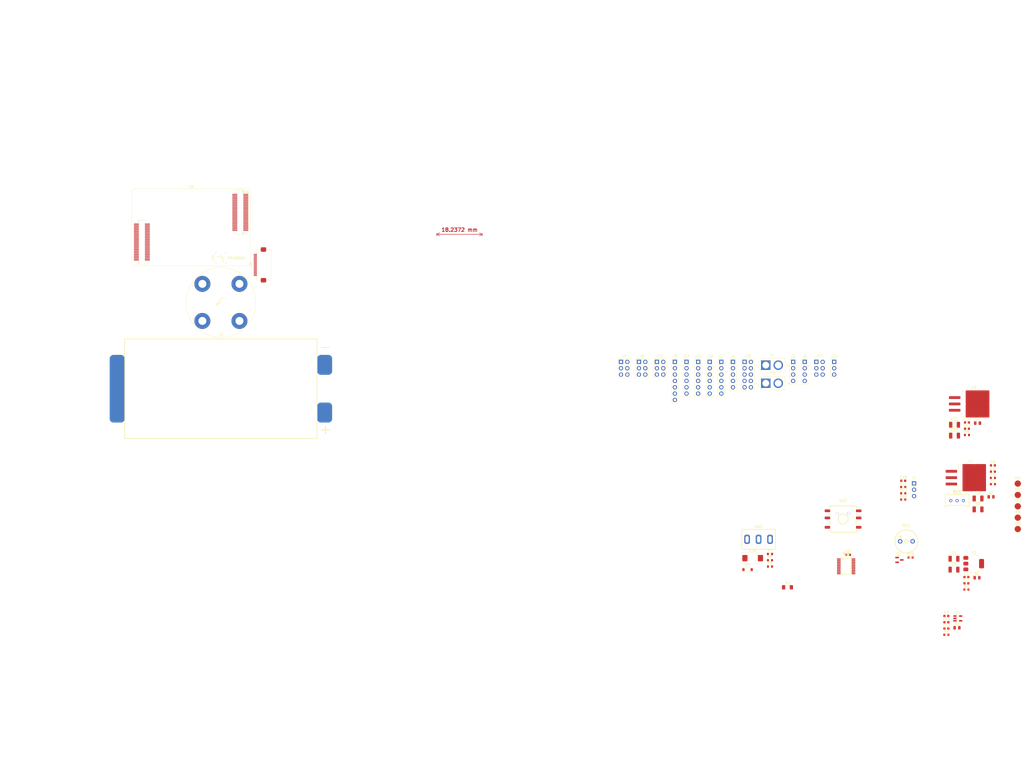
<source format=kicad_pcb>
(kicad_pcb (version 20221018) (generator pcbnew)
  (layers (0 "F.Cu" signal) (31 "B.Cu" signal) (34 "B.Paste" user) (35 "F.Paste" user) (36 "B.SilkS" user "B.Silkscreen") (37 "F.SilkS" user "F.Silkscreen") (38 "B.Mask" user) (39 "F.Mask" user) (44 "Edge.Cuts" user))
  (net 0 "")
  (net 1 "/Peripheral/3V3")
  (net 2 "Net-(BZ1-+)")
  (net 3 "/Coreboard/5V")
  (net 4 "GNDPWR")
  (net 5 "VCC")
  (net 6 "/Ports/SERVO_6V")
  (net 7 "/Peripheral/CAM_3V3")
  (net 8 "Net-(U4-NC)")
  (net 9 "/Ports/MOTOR_PWR")
  (net 10 "GND")
  (net 11 "Net-(D1-A)")
  (net 12 "Net-(D2-A)")
  (net 13 "Net-(D3-A)")
  (net 14 "Net-(D4-A)")
  (net 15 "/Peripheral/LLSB")
  (net 17 "/Peripheral/LDIR")
  (net 19 "/Peripheral/RLSB")
  (net 21 "/Peripheral/RDIR")
  (net 22 "/Peripheral/SERVO")
  (net 24 "/Coreboard/SERVO")
  (net 25 "/Coreboard/ENCR_DIR")
  (net 27 "/Coreboard/ENCR_LSB")
  (net 29 "/Coreboard/ENCL_DIR")
  (net 31 "/Coreboard/ENCL_LSB")
  (net 32 "Net-(J1-Pin_3)")
  (net 33 "/Coreboard/AUX_SCL")
  (net 34 "/Coreboard/AUX_SDA")
  (net 35 "VBUS")
  (net 36 "/Coreboard/TOF_SCL")
  (net 37 "/Coreboard/TOF_SDA")
  (net 38 "/Coreboard/TOF_XS")
  (net 41 "/Coreboard/UART7_TX")
  (net 42 "/Coreboard/UART7_RX")
  (net 45 "/Coreboard/ELEMAG1")
  (net 46 "/Coreboard/ELEMAG2")
  (net 47 "/Coreboard/ELEMAG3")
  (net 48 "/Coreboard/ELEMAG4")
  (net 49 "/Coreboard/ELEMAG5")
  (net 50 "/Coreboard/MOTORL_DIR")
  (net 51 "/Coreboard/MOTORR_DIR")
  (net 52 "/Coreboard/MOTORL_PWM")
  (net 53 "/Coreboard/MOTORR_PWM")
  (net 54 "/Coreboard/MAPLE_CLK")
  (net 55 "/Coreboard/MAPLE_MISO")
  (net 56 "/Coreboard/MAPLE_CS")
  (net 57 "/Coreboard/MAPLE_MOSI")
  (net 58 "/Coreboard/PG9")
  (net 59 "/Coreboard/PG10")
  (net 60 "/Coreboard/PG11")
  (net 61 "/Coreboard/PG12")
  (net 62 "/Coreboard/PG13")
  (net 63 "/Coreboard/PG14")
  (net 64 "/Coreboard/SWDIO")
  (net 65 "/Coreboard/SWCLK")
  (net 67 "/Coreboard/SWD_TX")
  (net 69 "/Coreboard/SWD_RX")
  (net 70 "/Coreboard/RST")
  (net 71 "/Coreboard/BUZZER")
  (net 72 "Net-(U1-ADJ)")
  (net 73 "Net-(R7-Pad2)")
  (net 74 "/Coreboard/BATTERY")
  (net 75 "Net-(R11-Pad1)")
  (net 76 "/Coreboard/DISTANCE")
  (net 77 "/Coreboard/KEY_LEFT")
  (net 78 "/Coreboard/KEY_CENTER")
  (net 79 "/Coreboard/KEY_RIGHT")
  (net 105 "/Coreboard/CAM_D7")
  (net 106 "/Coreboard/CAM_D6")
  (net 107 "/Coreboard/CAM_D5")
  (net 108 "/Coreboard/CAM_D4")
  (net 109 "/Coreboard/CAM_D3")
  (net 110 "/Coreboard/CAM_D2")
  (net 111 "/Coreboard/CAM_D1")
  (net 112 "/Coreboard/CAM_D0")
  (net 113 "/Coreboard/CAM_VSYNC")
  (net 114 "/Coreboard/CAM_RXD")
  (net 115 "/Coreboard/CAM_TXD")
  (net 116 "/Coreboard/CAM_PLCK")
  (footprint "Capacitor_Tantalum_SMD:CP_EIA-3528-15_AVX-H" (layer "F.Cu") (at 451.3978 143.0464)
    (fp_text reference "C8" (at 0 -2.35) (layer "F.SilkS"))
    (fp_text value "22uF")
    (pad "1" smd roundrect (at -1.5375 0) (size 1.325 2.35) (layers "F.Cu" "F.Paste" "F.Mask") (roundrect_rratio 0.188679) (net 6 "/Ports/SERVO_6V"))
    (pad "2" smd roundrect (at 1.5375 0) (size 1.325 2.35) (layers "F.Cu" "F.Paste" "F.Mask") (roundrect_rratio 0.188679) (net 4 "GNDPWR"))
  )
  (footprint "Connector_PinHeader_2.54mm:PinHeader_2x03_P2.54mm_Vertical" (layer "F.Cu") (at 315.5792 83.982)
    (fp_text reference "J8" (at 1.27 -2.33) (layer "F.SilkS"))
    (fp_text value "R_ENCODER")
    (pad "1" thru_hole rect (at 0 0) (size 1.7 1.7) (drill 1) (layers "*.Cu" "*.Mask") (net 10 "GND"))
    (pad "2" thru_hole oval (at 2.54 0) (size 1.7 1.7) (drill 1) (layers "*.Cu" "*.Mask") (net 1 "/Peripheral/3V3"))
    (pad "3" thru_hole oval (at 0 2.54) (size 1.7 1.7) (drill 1) (layers "*.Cu" "*.Mask") (net 19 "/Peripheral/RLSB"))
    (pad "4" thru_hole oval (at 2.54 2.54) (size 1.7 1.7) (drill 1) (layers "*.Cu" "*.Mask") (net 21 "/Peripheral/RDIR"))
    (pad "5" thru_hole oval (at 0 5.08) (size 1.7 1.7) (drill 1) (layers "*.Cu" "*.Mask"))
    (pad "6" thru_hole oval (at 2.54 5.08) (size 1.7 1.7) (drill 1) (layers "*.Cu" "*.Mask"))
  )
  (footprint "Connector_PinHeader_2.54mm:PinHeader_1x06_P2.54mm_Vertical" (layer "F.Cu") (at 334.6292 83.982)
    (fp_text reference "J14" (at 0 -2.33) (layer "F.SilkS"))
    (fp_text value "IO")
    (pad "1" thru_hole rect (at 0 0) (size 1.7 1.7) (drill 1) (layers "*.Cu" "*.Mask") (net 58 "/Coreboard/PG9"))
    (pad "2" thru_hole oval (at 0 2.54) (size 1.7 1.7) (drill 1) (layers "*.Cu" "*.Mask") (net 59 "/Coreboard/PG10"))
    (pad "3" thru_hole oval (at 0 5.08) (size 1.7 1.7) (drill 1) (layers "*.Cu" "*.Mask") (net 60 "/Coreboard/PG11"))
    (pad "4" thru_hole oval (at 0 7.62) (size 1.7 1.7) (drill 1) (layers "*.Cu" "*.Mask") (net 61 "/Coreboard/PG12"))
    (pad "5" thru_hole oval (at 0 10.16) (size 1.7 1.7) (drill 1) (layers "*.Cu" "*.Mask") (net 62 "/Coreboard/PG13"))
    (pad "6" thru_hole oval (at 0 12.7) (size 1.7 1.7) (drill 1) (layers "*.Cu" "*.Mask") (net 63 "/Coreboard/PG14"))
  )
  (footprint "Capacitor_SMD:C_0603_1608Metric" (layer "F.Cu") (at 446.7364 170.165)
    (property "Reference" "C?")
    (property "Value" "0.1uF")
    (fp_text reference "C2" (at 0 -1.43) (layer "F.SilkS"))
    (fp_text value "100nF")
    (pad "1" smd roundrect (at -0.775 0) (size 0.9 0.95) (layers "F.Cu" "F.Paste" "F.Mask") (net 3 "/Coreboard/5V"))
    (pad "2" smd roundrect (at 0.775 0) (size 0.9 0.95) (layers "F.Cu" "F.Paste" "F.Mask") (net 4 "GNDPWR"))
  )
  (footprint "Resistor_SMD:R_0603_1608Metric" (layer "F.Cu") (at 457.3528 132.9564)
    (fp_text reference "R3" (at 0 -1.43) (layer "F.SilkS"))
    (fp_text value "1K")
    (pad "1" smd roundrect (at -0.825 0) (size 0.8 0.95) (layers "F.Cu" "F.Paste" "F.Mask") (net 72 "Net-(U1-ADJ)"))
    (pad "2" smd roundrect (at 0.825 0) (size 0.8 0.95) (layers "F.Cu" "F.Paste" "F.Mask") (net 6 "/Ports/SERVO_6V"))
  )
  (footprint "Connector_PinHeader_2.54mm:PinHeader_1x06_P2.54mm_Vertical" (layer "F.Cu") (at 343.9292 83.982)
    (fp_text reference "J16" (at 0 -2.33) (layer "F.SilkS"))
    (fp_text value "IO")
    (pad "1" thru_hole rect (at 0 0) (size 1.7 1.7) (drill 1) (layers "*.Cu" "*.Mask") (net 10 "GND"))
    (pad "2" thru_hole oval (at 0 2.54) (size 1.7 1.7) (drill 1) (layers "*.Cu" "*.Mask") (net 10 "GND"))
    (pad "3" thru_hole oval (at 0 5.08) (size 1.7 1.7) (drill 1) (layers "*.Cu" "*.Mask") (net 10 "GND"))
    (pad "4" thru_hole oval (at 0 7.62) (size 1.7 1.7) (drill 1) (layers "*.Cu" "*.Mask") (net 10 "GND"))
    (pad "5" thru_hole oval (at 0 10.16) (size 1.7 1.7) (drill 1) (layers "*.Cu" "*.Mask") (net 10 "GND"))
    (pad "6" thru_hole oval (at 0 12.7) (size 1.7 1.7) (drill 1) (layers "*.Cu" "*.Mask") (net 10 "GND"))
  )
  (footprint "ErBW_s:Maple" (layer "F.Cu") (at 387.9592 86.522)
    (fp_text reference "J12" (at 0 -5.08 unlocked) (layer "F.SilkS"))
    (fp_text value "Maple")
    (pad "1" thru_hole rect (at -1.33 -2.54) (size 1.7 1.7) (drill 1) (layers "*.Cu" "*.Mask") (net 10 "GND"))
    (pad "2" thru_hole oval (at 1.21 -2.54) (size 1.7 1.7) (drill 1) (layers "*.Cu" "*.Mask") (net 1 "/Peripheral/3V3"))
    (pad "3" thru_hole oval (at -1.33 0) (size 1.7 1.7) (drill 1) (layers "*.Cu" "*.Mask") (net 54 "/Coreboard/MAPLE_CLK"))
    (pad "4" thru_hole oval (at 1.21 0) (size 1.7 1.7) (drill 1) (layers "*.Cu" "*.Mask") (net 55 "/Coreboard/MAPLE_MISO"))
    (pad "5" thru_hole oval (at -1.33 2.54) (size 1.7 1.7) (drill 1) (layers "*.Cu" "*.Mask") (net 56 "/Coreboard/MAPLE_CS"))
    (pad "6" thru_hole oval (at 1.21 2.54) (size 1.7 1.7) (drill 1) (layers "*.Cu" "*.Mask") (net 57 "/Coreboard/MAPLE_MOSI"))
  )
  (footprint "Capacitor_SMD:C_0603_1608Metric" (layer "F.Cu") (at 446.9636 108.2438)
    (fp_text reference "C12" (at 0 -1.43) (layer "F.SilkS"))
    (fp_text value "100nF")
    (pad "1" smd roundrect (at -0.775 0) (size 0.9 0.95) (layers "F.Cu" "F.Paste" "F.Mask") (net 5 "VCC"))
    (pad "2" smd roundrect (at 0.775 0) (size 0.9 0.95) (layers "F.Cu" "F.Paste" "F.Mask") (net 4 "GNDPWR"))
  )
  (footprint "Resistor_SMD:R_0603_1608Metric" (layer "F.Cu") (at 368.0594 160.9194)
    (fp_text reference "R7" (at 0 -1.43) (layer "F.SilkS"))
    (fp_text value "10K")
    (pad "1" smd roundrect (at -0.825 0) (size 0.8 0.95) (layers "F.Cu" "F.Paste" "F.Mask") (net 5 "VCC"))
    (pad "2" smd roundrect (at 0.825 0) (size 0.8 0.95) (layers "F.Cu" "F.Paste" "F.Mask") (net 73 "Net-(R7-Pad2)"))
  )
  (footprint "Resistor_SMD:R_0603_1608Metric" (layer "F.Cu") (at 446.9636 113.2638)
    (fp_text reference "R6" (at 0 -1.43) (layer "F.SilkS"))
    (fp_text value "5K1")
    (pad "1" smd roundrect (at -0.825 0) (size 0.8 0.95) (layers "F.Cu" "F.Paste" "F.Mask") (net 3 "/Coreboard/5V"))
    (pad "2" smd roundrect (at 0.825 0) (size 0.8 0.95) (layers "F.Cu" "F.Paste" "F.Mask") (net 14 "Net-(D4-A)"))
  )
  (footprint "LED_SMD:LED_0805_2012Metric" (layer "F.Cu") (at 451.2136 108.5088)
    (fp_text reference "D4" (at 0 -1.65) (layer "F.SilkS"))
    (fp_text value "LED")
    (pad "1" smd roundrect (at -0.9375 0) (size 0.975 1.4) (layers "F.Cu" "F.Paste" "F.Mask") (net 4 "GNDPWR"))
    (pad "2" smd roundrect (at 0.9375 0) (size 0.975 1.4) (layers "F.Cu" "F.Paste" "F.Mask") (net 14 "Net-(D4-A)"))
  )
  (footprint "Connector_PinHeader_2.54mm:PinHeader_1x04_P2.54mm_Vertical" (layer "F.Cu") (at 377.3292 83.982)
    (fp_text reference "J2" (at 0 -2.33) (layer "F.SilkS"))
    (fp_text value "AUX")
    (pad "1" thru_hole rect (at 0 0) (size 1.7 1.7) (drill 1) (layers "*.Cu" "*.Mask") (net 3 "/Coreboard/5V"))
    (pad "2" thru_hole oval (at 0 2.54) (size 1.7 1.7) (drill 1) (layers "*.Cu" "*.Mask") (net 10 "GND"))
    (pad "3" thru_hole oval (at 0 5.08) (size 1.7 1.7) (drill 1) (layers "*.Cu" "*.Mask") (net 33 "/Coreboard/AUX_SCL"))
    (pad "4" thru_hole oval (at 0 7.62) (size 1.7 1.7) (drill 1) (layers "*.Cu" "*.Mask") (net 34 "/Coreboard/AUX_SDA"))
  )
  (footprint "Connector_PinHeader_2.54mm:PinHeader_2x03_P2.54mm_Vertical" (layer "F.Cu") (at 322.7792 83.982)
    (fp_text reference "J11" (at 1.27 -2.33) (layer "F.SilkS"))
    (fp_text value "MOTOR")
    (pad "1" thru_hole rect (at 0 0) (size 1.7 1.7) (drill 1) (layers "*.Cu" "*.Mask") (net 50 "/Coreboard/MOTORL_DIR"))
    (pad "2" thru_hole oval (at 2.54 0) (size 1.7 1.7) (drill 1) (layers "*.Cu" "*.Mask") (net 51 "/Coreboard/MOTORR_DIR"))
    (pad "3" thru_hole oval (at 0 2.54) (size 1.7 1.7) (drill 1) (layers "*.Cu" "*.Mask") (net 10 "GND"))
    (pad "4" thru_hole oval (at 2.54 2.54) (size 1.7 1.7) (drill 1) (layers "*.Cu" "*.Mask") (net 10 "GND"))
    (pad "5" thru_hole oval (at 0 5.08) (size 1.7 1.7) (drill 1) (layers "*.Cu" "*.Mask") (net 52 "/Coreboard/MOTORL_PWM"))
    (pad "6" thru_hole oval (at 2.54 5.08) (size 1.7 1.7) (drill 1) (layers "*.Cu" "*.Mask") (net 53 "/Coreboard/MOTORR_PWM"))
  )
  (footprint "Connector_PinHeader_2.54mm:PinHeader_1x06_P2.54mm_Vertical" (layer "F.Cu") (at 339.2792 83.982)
    (fp_text reference "J15" (at 0 -2.33) (layer "F.SilkS"))
    (fp_text value "IO")
    (pad "1" thru_hole rect (at 0 0) (size 1.7 1.7) (drill 1) (layers "*.Cu" "*.Mask") (net 3 "/Coreboard/5V"))
    (pad "2" thru_hole oval (at 0 2.54) (size 1.7 1.7) (drill 1) (layers "*.Cu" "*.Mask") (net 3 "/Coreboard/5V"))
    (pad "3" thru_hole oval (at 0 5.08) (size 1.7 1.7) (drill 1) (layers "*.Cu" "*.Mask") (net 3 "/Coreboard/5V"))
    (pad "4" thru_hole oval (at 0 7.62) (size 1.7 1.7) (drill 1) (layers "*.Cu" "*.Mask") (net 3 "/Coreboard/5V"))
    (pad "5" thru_hole oval (at 0 10.16) (size 1.7 1.7) (drill 1) (layers "*.Cu" "*.Mask") (net 3 "/Coreboard/5V"))
    (pad "6" thru_hole oval (at 0 12.7) (size 1.7 1.7) (drill 1) (layers "*.Cu" "*.Mask") (net 3 "/Coreboard/5V"))
  )
  (footprint "TestPoint:TestPoint_Pad_D2.5mm" (layer "F.Cu") (at 467.3226 137.278)
    (property "Reference" "TP?")
    (property "Value" "5V")
    (fp_text reference "TP2" (at 0 -2.148) (layer "F.SilkS"))
    (fp_text value "5V")
    (pad "1" smd circle (at 0 0) (size 2.5 2.5) (layers "F.Cu" "F.Mask") (net 3 "/Coreboard/5V"))
  )
  (footprint "ErBW_s:Flange_Plate_D27" (layer "F.Cu") (at 148.1328 60.1472 45)
    (fp_text reference "REF**" (at 0 -0.5 45 unlocked) (layer "F.SilkS"))
    (fp_text value "Flange_Plate_D27")
    (pad "0" thru_hole circle (at -10.5 0 45) (size 6.4 6.4) (drill 3.2) (layers "*.Cu" "*.Mask"))
    (pad "0" thru_hole circle (at 0 -10.5 45) (size 6.4 6.4) (drill 3.2) (layers "*.Cu" "*.Mask"))
    (pad "0" thru_hole circle (at 0 10.5 45) (size 6.4 6.4) (drill 3.2) (layers "*.Cu" "*.Mask"))
    (pad "0" thru_hole circle (at 10.5 0 45) (size 6.4 6.4) (drill 3.2) (layers "*.Cu" "*.Mask"))
  )
  (footprint "Capacitor_Tantalum_SMD:CP_EIA-7343-30_AVX-N" (layer "F.Cu") (at 361.1344 162.5894)
    (property "Reference" "C?")
    (property "Value" "470uF")
    (fp_text reference "C16" (at 0 -3.1) (layer "F.SilkS"))
    (fp_text value "470uF")
    (pad "1" smd roundrect (at -3.1125 0) (size 2.075 2.55) (layers "F.Cu" "F.Paste" "F.Mask") (roundrect_rratio 0.120482) (net 9 "/Ports/MOTOR_PWR"))
    (pad "2" smd roundrect (at 3.1125 0) (size 2.075 2.55) (layers "F.Cu" "F.Paste" "F.Mask") (roundrect_rratio 0.120482) (net 4 "GNDPWR"))
  )
  (footprint "ErBW_s:SPDT_MTS_102" (layer "F.Cu") (at 363.4914 155.0414)
    (fp_text reference "SW3" (at 0 -5.08 unlocked) (layer "F.SilkS"))
    (fp_text value "SW_SPDT")
    (pad "1" thru_hole roundrect (at -4.6 0) (size 2.2 3.6) (drill oval 1.2 2.6) (layers "*.Cu" "*.Mask") (roundrect_rratio 0) (chamfer_ratio 0.2) (chamfer top_left top_right bottom_left bottom_right) (net 9 "/Ports/MOTOR_PWR"))
    (pad "2" thru_hole roundrect (at 0 0) (size 2.2 3.6) (drill oval 1.2 2.6) (layers "*.Cu" "*.Mask") (roundrect_rratio 0) (chamfer_ratio 0.2) (chamfer top_left top_right bottom_left bottom_right) (net 35 "VBUS"))
    (pad "3" thru_hole roundrect (at 4.6 0) (size 2.2 3.6) (drill oval 1.2 2.6) (layers "*.Cu" "*.Mask") (roundrect_rratio 0) (chamfer_ratio 0.2) (chamfer top_left top_right bottom_left bottom_right))
  )
  (footprint "Capacitor_Tantalum_SMD:CP_EIA-3528-15_AVX-H" (layer "F.Cu") (at 441.7614 162.835)
    (fp_text reference "C1" (at 0 -2.35) (layer "F.SilkS"))
    (fp_text value "10uF")
    (pad "1" smd roundrect (at -1.5375 0) (size 1.325 2.35) (layers "F.Cu" "F.Paste" "F.Mask") (roundrect_rratio 0.188679) (net 3 "/Coreboard/5V"))
    (pad "2" smd roundrect (at 1.5375 0) (size 1.325 2.35) (layers "F.Cu" "F.Paste" "F.Mask") (roundrect_rratio 0.188679) (net 4 "GNDPWR"))
  )
  (footprint "Capacitor_Tantalum_SMD:CP_EIA-3528-15_AVX-H" (layer "F.Cu") (at 441.7614 167.185)
    (fp_text reference "C4" (at 0 -2.35) (layer "F.SilkS"))
    (fp_text value "22uF")
    (pad "1" smd roundrect (at -1.5375 0) (size 1.325 2.35) (layers "F.Cu" "F.Paste" "F.Mask") (roundrect_rratio 0.188679) (net 1 "/Peripheral/3V3"))
    (pad "2" smd roundrect (at 1.5375 0) (size 1.325 2.35) (layers "F.Cu" "F.Paste" "F.Mask") (roundrect_rratio 0.188679) (net 4 "GNDPWR"))
  )
  (footprint "Capacitor_Tantalum_SMD:CP_EIA-3528-15_AVX-H" (layer "F.Cu") (at 441.9886 109.1638)
    (fp_text reference "C11" (at 0 -2.35) (layer "F.SilkS"))
    (fp_text value "10uF")
    (pad "1" smd roundrect (at -1.5375 0) (size 1.325 2.35) (layers "F.Cu" "F.Paste" "F.Mask") (roundrect_rratio 0.188679) (net 5 "VCC"))
    (pad "2" smd roundrect (at 1.5375 0) (size 1.325 2.35) (layers "F.Cu" "F.Paste" "F.Mask") (roundrect_rratio 0.188679) (net 4 "GNDPWR"))
  )
  (footprint "Connector_PinHeader_2.54mm:PinHeader_2x03_P2.54mm_Vertical" (layer "F.Cu") (at 308.3792 83.982)
    (fp_text reference "J5" (at 1.27 -2.33) (layer "F.SilkS"))
    (fp_text value "L_ENCODER")
    (pad "1" thru_hole rect (at 0 0) (size 1.7 1.7) (drill 1) (layers "*.Cu" "*.Mask") (net 10 "GND"))
    (pad "2" thru_hole oval (at 2.54 0) (size 1.7 1.7) (drill 1) (layers "*.Cu" "*.Mask") (net 1 "/Peripheral/3V3"))
    (pad "3" thru_hole oval (at 0 2.54) (size 1.7 1.7) (drill 1) (layers "*.Cu" "*.Mask") (net 15 "/Peripheral/LLSB"))
    (pad "4" thru_hole oval (at 2.54 2.54) (size 1.7 1.7) (drill 1) (layers "*.Cu" "*.Mask") (net 17 "/Peripheral/LDIR"))
    (pad "5" thru_hole oval (at 0 5.08) (size 1.7 1.7) (drill 1) (layers "*.Cu" "*.Mask"))
    (pad "6" thru_hole oval (at 2.54 5.08) (size 1.7 1.7) (drill 1) (layers "*.Cu" "*.Mask"))
  )
  (footprint "Capacitor_Tantalum_SMD:CP_EIA-3528-15_AVX-H" (layer "F.Cu") (at 451.3978 138.6964)
    (fp_text reference "C5" (at 0 -2.35) (layer "F.SilkS"))
    (fp_text value "10uF")
    (pad "1" smd roundrect (at -1.5375 0) (size 1.325 2.35) (layers "F.Cu" "F.Paste" "F.Mask") (roundrect_rratio 0.188679) (net 5 "VCC"))
    (pad "2" smd roundrect (at 1.5375 0) (size 1.325 2.35) (layers "F.Cu" "F.Paste" "F.Mask") (roundrect_rratio 0.188679) (net 4 "GNDPWR"))
  )
  (footprint "Capacitor_SMD:C_0603_1608Metric" (layer "F.Cu") (at 438.7163 190.7808)
    (fp_text reference "C15" (at 0 -1.43) (layer "F.SilkS"))
    (fp_text value "10nF")
    (pad "1" smd roundrect (at -0.775 0) (size 0.9 0.95) (layers "F.Cu" "F.Paste" "F.Mask") (net 8 "Net-(U4-NC)"))
    (pad "2" smd roundrect (at 0.775 0) (size 0.9 0.95) (layers "F.Cu" "F.Paste" "F.Mask") (net 4 "GNDPWR"))
  )
  (footprint "ErBW_s:Buzzer_9*9P5" (layer "F.Cu") (at 422.7006 155.8556)
    (fp_text reference "BZ1" (at 0 -6.35 unlocked) (layer "F.SilkS"))
    (fp_text value "Buzzer")
    (pad "1" thru_hole circle (at -2.5 0) (size 1.8 1.8) (drill 1) (layers "*.Cu" "*.Mask") (net 1 "/Peripheral/3V3"))
    (pad "2" thru_hole circle (at 2.5 0) (size 1.8 1.8) (drill 1) (layers "*.Cu" "*.Mask") (net 2 "Net-(BZ1-+)"))
  )
  (footprint "Connector_PinHeader_2.54mm:PinHeader_1x03_P2.54mm_Vertical" (layer "F.Cu") (at 425.7682 132.6518)
    (fp_text reference "J1" (at 0 -2.33) (layer "F.SilkS"))
    (fp_text value "2YGP2Y0A02")
    (pad "1" thru_hole rect (at 0 0) (size 1.7 1.7) (drill 1) (layers "*.Cu" "*.Mask") (net 3 "/Coreboard/5V"))
    (pad "2" thru_hole oval (at 0 2.54) (size 1.7 1.7) (drill 1) (layers "*.Cu" "*.Mask") (net 10 "GND"))
    (pad "3" thru_hole oval (at 0 5.08) (size 1.7 1.7) (drill 1) (layers "*.Cu" "*.Mask") (net 32 "Net-(J1-Pin_3)"))
  )
  (footprint "Resistor_SMD:R_1206_3216Metric_Pad1.30x1.75mm_HandSolder" (layer "F.Cu") (at 375.0698 174.2706)
    (fp_text reference "R4" (at 0 -1.82) (layer "F.SilkS"))
    (fp_text value "0R")
    (pad "1" smd roundrect (at -1.55 0) (size 1.3 1.75) (layers "F.Cu" "F.Paste" "F.Mask") (roundrect_rratio 0.192308) (net 4 "GNDPWR"))
    (pad "2" smd roundrect (at 1.55 0) (size 1.3 1.75) (layers "F.Cu" "F.Paste" "F.Mask") (roundrect_rratio 0.192308) (net 10 "GND"))
  )
  (footprint "Capacitor_SMD:C_0603_1608Metric" (layer "F.Cu") (at 457.3528 125.4264)
    (fp_text reference "C6" (at 0 -1.43) (layer "F.SilkS"))
    (fp_text value "100nF")
    (pad "1" smd roundrect (at -0.775 0) (size 0.9 0.95) (layers "F.Cu" "F.Paste" "F.Mask") (net 5 "VCC"))
    (pad "2" smd roundrect (at 0.775 0) (size 0.9 0.95) (layers "F.Cu" "F.Paste" "F.Mask") (net 4 "GNDPWR"))
  )
  (footprint "Resistor_SMD:R_0603_1608Metric" (layer "F.Cu") (at 421.4382 139.1118)
    (fp_text reference "R13" (at 0 -1.43) (layer "F.SilkS"))
    (fp_text value "2K")
    (pad "1" smd roundrect (at -0.825 0) (size 0.8 0.95) (layers "F.Cu" "F.Paste" "F.Mask") (net 75 "Net-(R11-Pad1)"))
    (pad "2" smd roundrect (at 0.825 0) (size 0.8 0.95) (layers "F.Cu" "F.Paste" "F.Mask") (net 76 "/Coreboard/DISTANCE"))
  )
  (footprint "TestPoint:TestPoint_Pad_D2.5mm" (layer "F.Cu") (at 467.3226 141.828)
    (fp_text reference "TP3" (at 0 -2.148) (layer "F.SilkS"))
    (fp_text value "3V3")
    (pad "1" smd circle (at 0 0) (size 2.5 2.5) (layers "F.Cu" "F.Mask") (net 1 "/Peripheral/3V3"))
  )
  (footprint "ErBW_s:SOP65P640X120-20N" (layer "F.Cu") (at 398.5732 165.8592)
    (fp_text reference "IC1" (at 0 -5.08) (layer "F.SilkS") (effects (font (size 1.27 1.27) (thickness 0.254))))
    (fp_text value "SN74LVC244APW" hide)
    (pad "1" smd roundrect (at -2.938 -2.925 90) (size 0.45 1.475) (layers "F.Cu" "F.Paste" "F.Mask") (net 10 "GND"))
    (pad "2" smd roundrect (at -2.938 -2.275 90) (size 0.45 1.475) (layers "F.Cu" "F.Paste" "F.Mask") (net 15 "/Peripheral/LLSB"))
    (pad "3" smd roundrect (at -2.938 -1.625 90) (size 0.45 1.475) (layers "F.Cu" "F.Paste" "F.Mask"))
    (pad "4" smd roundrect (at -2.938 -0.975 90) (size 0.45 1.475) (layers "F.Cu" "F.Paste" "F.Mask") (net 17 "/Peripheral/LDIR"))
    (pad "5" smd roundrect (at -2.938 -0.325 90) (size 0.45 1.475) (layers "F.Cu" "F.Paste" "F.Mask"))
    (pad "6" smd roundrect (at -2.938 0.325 90) (size 0.45 1.475) (layers "F.Cu" "F.Paste" "F.Mask") (net 19 "/Peripheral/RLSB"))
    (pad "7" smd roundrect (at -2.938 0.975 90) (size 0.45 1.475) (layers "F.Cu" "F.Paste" "F.Mask"))
    (pad "8" smd roundrect (at -2.938 1.625 90) (size 0.45 1.475) (layers "F.Cu" "F.Paste" "F.Mask") (net 21 "/Peripheral/RDIR"))
    (pad "9" smd roundrect (at -2.938 2.275 90) (size 0.45 1.475) (layers "F.Cu" "F.Paste" "F.Mask") (net 22 "/Peripheral/SERVO"))
    (pad "10" smd roundrect (at -2.938 2.925 90) (size 0.45 1.475) (layers "F.Cu" "F.Paste" "F.Mask"))
    (pad "11" smd roundrect (at 2.938 2.925 90) (size 0.45 1.475) (layers "F.Cu" "F.Paste" "F.Mask") (net 24 "/Coreboard/SERVO"))
    (pad "12" smd roundrect (at 2.938 2.275 90) (size 0.45 1.475) (layers "F.Cu" "F.Paste" "F.Mask") (net 25 "/Coreboard/ENCR_DIR"))
    (pad "13" smd roundrect (at 2.938 1.625 90) (size 0.45 1.475) (layers "F.Cu" "F.Paste" "F.Mask"))
    (pad "14" smd roundrect (at 2.938 0.975 90) (size 0.45 1.475) (layers "F.Cu" "F.Paste" "F.Mask") (net 27 "/Coreboard/ENCR_LSB"))
    (pad "15" smd roundrect (at 2.938 0.325 90) (size 0.45 1.475) (layers "F.Cu" "F.Paste" "F.Mask"))
    (pad "16" smd roundrect (at 2.938 -0.325 90) (size 0.45 1.475) (layers "F.Cu" "F.Paste" "F.Mask") (net 29 "/Coreboard/ENCL_DIR"))
    (pad "17" smd roundrect (at 2.938 -0.975 90) (size 0.45 1.475) (layers "F.Cu" "F.Paste" "F.Mask"))
    (pad "18" smd roundrect (at 2.938 -1.625 90) (size 0.45 1.475) (layers "F.Cu" "F.Paste" "F.Mask") (net 31 "/Coreboard/ENCL_LSB"))
    (pad "19" smd roundrect (at 2.938 -2.275 90) (size 0.45 1.475) (layers "F.Cu" "F.Paste" "F.Mask") (net 10 "GND"))
    (pad "20" smd roundrect (at 2.938 -2.925 90) (size 0.45 1.475) (layers "F.Cu" "F.Paste" "F.Mask") (net 1 "/Peripheral/3V3"))
  )
  (footprint "Connector_FFC-FPC:Hirose_FH12-18S-0.5SH_1x18-1MP_P0.50mm_Horizontal" (layer "F.Cu") (at 163.775 45.1252 90)
    (fp_text reference "U6" (at 0 -3.7 90) (layer "F.SilkS"))
    (fp_text value "MT9V034")
    (pad "1" smd roundrect (at -4.25 -1.85 90) (size 0.3 1.3) (layers "F.Cu" "F.Paste" "F.Mask") (net 116 "/Coreboard/CAM_PLCK"))
    (pad "2" smd roundrect (at -3.75 -1.85 90) (size 0.3 1.3) (layers "F.Cu" "F.Paste" "F.Mask") (net 10 "GND"))
    (pad "3" smd roundrect (at -3.25 -1.85 90) (size 0.3 1.3) (layers "F.Cu" "F.Paste" "F.Mask") (net 114 "/Coreboard/CAM_RXD"))
    (pad "4" smd roundrect (at -2.75 -1.85 90) (size 0.3 1.3) (layers "F.Cu" "F.Paste" "F.Mask") (net 115 "/Coreboard/CAM_TXD"))
    (pad "5" smd roundrect (at -2.25 -1.85 90) (size 0.3 1.3) (layers "F.Cu" "F.Paste" "F.Mask"))
    (pad "6" smd roundrect (at -1.75 -1.85 90) (size 0.3 1.3) (layers "F.Cu" "F.Paste" "F.Mask") (net 113 "/Coreboard/CAM_VSYNC"))
    (pad "7" smd roundrect (at -1.25 -1.85 90) (size 0.3 1.3) (layers "F.Cu" "F.Paste" "F.Mask") (net 10 "GND"))
    (pad "8" smd roundrect (at -0.75 -1.85 90) (size 0.3 1.3) (layers "F.Cu" "F.Paste" "F.Mask") (net 112 "/Coreboard/CAM_D0"))
    (pad "9" smd roundrect (at -0.25 -1.85 90) (size 0.3 1.3) (layers "F.Cu" "F.Paste" "F.Mask") (net 111 "/Coreboard/CAM_D1"))
    (pad "10" smd roundrect (at 0.25 -1.85 90) (size 0.3 1.3) (layers "F.Cu" "F.Paste" "F.Mask") (net 110 "/Coreboard/CAM_D2"))
    (pad "11" smd roundrect (at 0.75 -1.85 90) (size 0.3 1.3) (layers "F.Cu" "F.Paste" "F.Mask") (net 109 "/Coreboard/CAM_D3"))
    (pad "12" smd roundrect (at 1.25 -1.85 90) (size 0.3 1.3) (layers "F.Cu" "F.Paste" "F.Mask") (net 108 "/Coreboard/CAM_D4"))
    (pad "13" smd roundrect (at 1.75 -1.85 90) (size 0.3 1.3) (layers "F.Cu" "F.Paste" "F.Mask") (net 107 "/Coreboard/CAM_D5"))
    (pad "14" smd roundrect (at 2.25 -1.85 90) (size 0.3 1.3) (layers "F.Cu" "F.Paste" "F.Mask") (net 106 "/Coreboard/CAM_D6"))
    (pad "15" smd roundrect (at 2.75 -1.85 90) (size 0.3 1.3) (layers "F.Cu" "F.Paste" "F.Mask") (net 105 "/Coreboard/CAM_D7"))
    (pad "16" smd roundrect (at 3.25 -1.85 90) (size 0.3 1.3) (layers "F.Cu" "F.Paste" "F.Mask") (net 10 "GND"))
    (pad "17" smd roundrect (at 3.75 -1.85 90) (size 0.3 1.3) (layers "F.Cu" "F.Paste" "F.Mask") (net 7 "/Peripheral/CAM_3V3"))
    (pad "18" smd roundrect (at 4.25 -1.85 90) (size 0.3 1.3) (layers "F.Cu" "F.Paste" "F.Mask") (net 7 "/Peripheral/CAM_3V3"))
    (pad "MP" smd roundrect (at -6.15 1.4 90) (size 1.8 2.2) (layers "F.Cu" "F.Paste" "F.Mask") (net 10 "GND"))
    (pad "MP" smd roundrect (at 6.15 1.4 90) (size 1.8 2.2) (layers "F.Cu" "F.Paste" "F.Mask") (net 10 "GND"))
  )
  (footprint "TestPoint:TestPoint_Pad_D2.5mm" (layer "F.Cu") (at 467.3226 132.728)
    (fp_text reference "TP1" (at 0 -2.148) (layer "F.SilkS"))
    (fp_text value "SERVO")
    (pad "1" smd circle (at 0 0) (size 2.5 2.5) (layers "F.Cu" "F.Mask") (net 6 "/Ports/SERVO_6V"))
  )
  (footprint "Connector_PinHeader_2.54mm:PinHeader_2x05_P2.54mm_Vertical" (layer "F.Cu") (at 357.8792 83.982)
    (fp_text reference "J18" (at 1.27 -2.33) (layer "F.SilkS"))
    (fp_text value "Conn_02x05_Odd_Even")
    (pad "1" thru_hole rect (at 0 0) (size 1.7 1.7) (drill 1) (layers "*.Cu" "*.Mask") (net 1 "/Peripheral/3V3"))
    (pad "2" thru_hole oval (at 2.54 0) (size 1.7 1.7) (drill 1) (layers "*.Cu" "*.Mask") (net 64 "/Coreboard/SWDIO"))
    (pad "3" thru_hole oval (at 0 2.54) (size 1.7 1.7) (drill 1) (layers "*.Cu" "*.Mask") (net 10 "GND"))
    (pad "4" thru_hole oval (at 2.54 2.54) (size 1.7 1.7) (drill 1) (layers "*.Cu" "*.Mask") (net 65 "/Coreboard/SWCLK"))
    (pad "5" thru_hole oval (at 0 5.08) (size 1.7 1.7) (drill 1) (layers "*.Cu" "*.Mask") (net 10 "GND"))
    (pad "6" thru_hole oval (at 2.54 5.08) (size 1.7 1.7) (drill 1) (layers "*.Cu" "*.Mask"))
    (pad "7" thru_hole oval (at 0 7.62) (size 1.7 1.7) (drill 1) (layers "*.Cu" "*.Mask") (net 67 "/Coreboard/SWD_TX"))
    (pad "8" thru_hole oval (at 2.54 7.62) (size 1.7 1.7) (drill 1) (layers "*.Cu" "*.Mask"))
    (pad "9" thru_hole oval (at 0 10.16) (size 1.7 1.7) (drill 1) (layers "*.Cu" "*.Mask") (net 69 "/Coreboard/SWD_RX"))
    (pad "10" thru_hole oval (at 2.54 10.16) (size 1.7 1.7) (drill 1) (layers "*.Cu" "*.Mask") (net 70 "/Coreboard/RST"))
  )
  (footprint "ErBW_s:SCEP" (layer "F.Cu") (at 136.2104 30.05)
    (fp_text reference "U5" (at 0 -16.3322 unlocked) (layer "F.SilkS"))
    (fp_text value "SCEP")
    (fp_text user "+x" (at 12.7 13.5128 unlocked) (layer "F.SilkS") (effects (font (size 0.5 0.5) (thickness 0.1))))
    (fp_text user "MPU6050" (at 18.034 12.319 unlocked) (layer "F.SilkS"))
    (fp_text user "+z" (at 8.7122 13.1572 unlocked) (layer "F.SilkS") (effects (font (size 0.5 0.5) (thickness 0.1))))
    (fp_text user "+y" (at 10.6172 11.7094 unlocked) (layer "F.SilkS") (effects (font (size 0.5 0.5) (thickness 0.1))))
    (pad "0" thru_hole circle (at -20.9858 -2.2716) (size 0.65 0.65) (drill 0.65) (layers "*.Cu" "*.Mask"))
    (pad "0" thru_hole circle (at -20.9858 14.1284) (size 0.65 0.65) (drill 0.65) (layers "*.Cu" "*.Mask"))
    (pad "0" thru_hole circle (at 20.935 -14.1588 180) (size 0.65 0.65) (drill 0.65) (layers "*.Cu" "*.Mask"))
    (pad "0" thru_hole circle (at 20.935 2.2412 180) (size 0.65 0.65) (drill 0.65) (layers "*.Cu" "*.Mask"))
    (pad "1" smd roundrect (at -21.9358 -1.3216 90) (size 0.3 2) (layers "F.Cu" "F.Paste" "F.Mask") (net 70 "/Coreboard/RST"))
    (pad "2" smd roundrect (at -21.9358 -0.8216 90) (size 0.3 2) (layers "F.Cu" "F.Paste" "F.Mask") (net 67 "/Coreboard/SWD_TX"))
    (pad "3" smd roundrect (at -21.9358 -0.3216 90) (size 0.3 2) (layers "F.Cu" "F.Paste" "F.Mask") (net 69 "/Coreboard/SWD_RX"))
    (pad "4" smd roundrect (at -21.9358 0.1784 90) (size 0.3 2) (layers "F.Cu" "F.Paste" "F.Mask") (net 50 "/Coreboard/MOTORL_DIR"))
    (pad "5" smd roundrect (at -21.9358 0.6784 90) (size 0.3 2) (layers "F.Cu" "F.Paste" "F.Mask") (net 52 "/Coreboard/MOTORL_PWM"))
    (pad "6" smd roundrect (at -21.9358 1.1784 90) (size 0.3 2) (layers "F.Cu" "F.Paste" "F.Mask") (net 51 "/Coreboard/MOTORR_DIR"))
    (pad "7" smd roundrect (at -21.9358 1.6784 90) (size 0.3 2) (layers "F.Cu" "F.Paste" "F.Mask") (net 53 "/Coreboard/MOTORR_PWM"))
    (pad "8" smd roundrect (at -21.9358 2.1784 90) (size 0.3 2) (layers "F.Cu" "F.Paste" "F.Mask") (net 45 "/Coreboard/ELEMAG1"))
    (pad "9" smd roundrect (at -21.9358 2.6784 90) (size 0.3 2) (layers "F.Cu" "F.Paste" "F.Mask") (net 46 "/Coreboard/ELEMAG2"))
    (pad "10" smd roundrect (at -21.9358 3.1784 90) (size 0.3 2) (layers "F.Cu" "F.Paste" "F.Mask") (net 47 "/Coreboard/ELEMAG3"))
    (pad "11" smd roundrect (at -21.9358 3.6784 90) (size 0.3 2) (layers "F.Cu" "F.Paste" "F.Mask") (net 48 "/Coreboard/ELEMAG4"))
    (pad "12" smd roundrect (at -21.9358 4.1784 90) (size 0.3 2) (layers "F.Cu" "F.Paste" "F.Mask") (net 49 "/Coreboard/ELEMAG5"))
    (pad "13" smd roundrect (at -21.9358 4.6784 90) (size 0.3 2) (layers "F.Cu" "F.Paste" "F.Mask"))
    (pad "14" smd roundrect (at -21.9358 5.1784 90) (size 0.3 2) (layers "F.Cu" "F.Paste" "F.Mask"))
    (pad "15" smd roundrect (at -21.9358 5.6784 90) (size 0.3 2) (layers "F.Cu" "F.Paste" "F.Mask"))
    (pad "16" smd roundrect (at -21.9358 6.1784 90) (size 0.3 2) (layers "F.Cu" "F.Paste" "F.Mask"))
    (pad "17" smd roundrect (at -21.9358 6.6784 90) (size 0.3 2) (layers "F.Cu" "F.Paste" "F.Mask"))
    (pad "18" smd roundrect (at -21.9358 7.1784 90) (size 0.3 2) (layers "F.Cu" "F.Paste" "F.Mask"))
    (pad "19" smd roundrect (at -21.9358 7.6784 90) (size 0.3 2) (layers "F.Cu" "F.Paste" "F.Mask"))
    (pad "20" smd roundrect (at -21.9358 8.1784 90) (size 0.3 2) (layers "F.Cu" "F.Paste" "F.Mask"))
    (pad "21" smd roundrect (at -21.9358 8.6784 90) (size 0.3 2) (layers "F.Cu" "F.Paste" "F.Mask"))
    (pad "22" smd roundrect (at -21.9358 9.1784 90) (size 0.3 2) (layers "F.Cu" "F.Paste" "F.Mask"))
    (pad "23" smd roundrect (at -21.9358 9.6784 90) (size 0.3 2) (layers "F.Cu" "F.Paste" "F.Mask"))
    (pad "24" smd roundrect (at -21.9358 10.1784 90) (size 0.3 2) (layers "F.Cu" "F.Paste" "F.Mask") (net 56 "/Coreboard/MAPLE_CS"))
    (pad "25" smd roundrect (at -21.9358 10.6784 90) (size 0.3 2) (layers "F.Cu" "F.Paste" "F.Mask") (net 54 "/Coreboard/MAPLE_CLK"))
    (pad "26" smd roundrect (at -21.9358 11.1784 90) (size 0.3 2) (layers "F.Cu" "F.Paste" "F.Mask") (net 55 "/Coreboard/MAPLE_MISO"))
    (pad "27" smd roundrect (at -21.9358 11.6784 90) (size 0.3 2) (layers "F.Cu" "F.Paste" "F.Mask") (net 57 "/Coreboard/MAPLE_MOSI"))
    (pad "28" smd roundrect (at -21.9358 12.1784 90) (size 0.3 2) (layers "F.Cu" "F.Paste" "F.Mask"))
    (pad "29" smd roundrect (at -21.9358 12.6784 90) (size 0.3 2) (layers "F.Cu" "F.Paste" "F.Mask"))
    (pad "30" smd roundrect (at -21.9358 13.1784 90) (size 0.3 2) (layers "F.Cu" "F.Paste" "F.Mask") (net 71 "/Coreboard/BUZZER"))
    (pad "31" smd roundrect (at -17.5358 -1.3216 90) (size 0.3 2) (layers "F.Cu" "F.Paste" "F.Mask") (net 65 "/Coreboard/SWCLK"))
    (pad "32" smd roundrect (at -17.5358 -0.8216 90) (size 0.3 2) (layers "F.Cu" "F.Paste" "F.Mask") (net 64 "/Coreboard/SWDIO"))
    (pad "33" smd roundrect (at -17.5358 -0.3216 90) (size 0.3 2) (layers "F.Cu" "F.Paste" "F.Mask"))
    (pad "34" smd roundrect (at -17.5358 0.1784 90) (size 0.3 2) (layers "F.Cu" "F.Paste" "F.Mask"))
    (pad "35" smd roundrect (at -17.5358 0.6784 90) (size 0.3 2) (layers "F.Cu" "F.Paste" "F.Mask"))
    (pad "36" smd roundrect (at -17.5358 1.1784 90) (size 0.3 2) (layers "F.Cu" "F.Paste" "F.Mask"))
    (pad "37" smd roundrect (at -17.5358 1.6784 90) (size 0.3 2) (layers "F.Cu" "F.Paste" "F.Mask"))
    (pad "38" smd roundrect (at -17.5358 2.1784 90) (size 0.3 2) (layers "F.Cu" "F.Paste" "F.Mask") (net 79 "/Coreboard/KEY_RIGHT"))
    (pad "39" smd roundrect (at -17.5358 2.6784 90) (size 0.3 2) (layers "F.Cu" "F.Paste" "F.Mask") (net 77 "/Coreboard/KEY_LEFT"))
    (pad "40" smd roundrect (at -17.5358 3.1784 90) (size 0.3 2) (layers "F.Cu" "F.Paste" "F.Mask") (net 78 "/Coreboard/KEY_CENTER"))
    (pad "41" smd roundrect (at -17.5358 3.6784 90) (size 0.3 2) (layers "F.Cu" "F.Paste" "F.Mask"))
    (pad "42" smd roundrect (at -17.5358 4.1784 90) (size 0.3 2) (layers "F.Cu" "F.Paste" "F.Mask") (net 25 "/Coreboard/ENCR_DIR"))
    (pad "43" smd roundrect (at -17.5358 4.6784 90) (size 0.3 2) (layers "F.Cu" "F.Paste" "F.Mask") (net 27 "/Coreboard/ENCR_LSB"))
    (pad "44" smd roundrect (at -17.5358 5.1784 90) (size 0.3 2) (layers "F.Cu" "F.Paste" "F.Mask"))
    (pad "45" smd roundrect (at -17.5358 5.6784 90) (size 0.3 2) (layers "F.Cu" "F.Paste" "F.Mask"))
    (pad "46" smd roundrect (at -17.5358 6.1784 90) (size 0.3 2) (layers "F.Cu" "F.Paste" "F.Mask"))
    (pad "47" smd roundrect (at -17.5358 6.6784 90) (size 0.3 2) (layers "F.Cu" "F.Paste" "F.Mask"))
    (pad "48" smd roundrect (at -17.5358 7.1784 90) (size 0.3 2) (layers "F.Cu" "F.Paste" "F.Mask"))
    (pad "49" smd roundrect (at -17.5358 7.6784 90) (size 0.3 2) (layers "F.Cu" "F.Paste" "F.Mask") (net 105 "/Coreboard/CAM_D7"))
    (pad "50" smd roundrect (at -17.5358 8.1784 90) (size 0.3 2) (layers "F.Cu" "F.Paste" "F.Mask") (net 106 "/Coreboard/CAM_D6"))
    (pad "51" smd roundrect (at -17.5358 8.6784 90) (size 0.3 2) (layers "F.Cu" "F.Paste" "F.Mask") (net 107 "/Coreboard/CAM_D5"))
    (pad "52" smd roundrect (at -17.5358 9.1784 90) (size 0.3 2) (layers "F.Cu" "F.Paste" "F.Mask") (net 108 "/Coreboard/CAM_D4"))
    (pad "53" smd roundrect (at -17.5358 9.6784 90) (size 0.3 2) (layers "F.Cu" "F.Paste" "F.Mask") (net 109 "/Coreboard/CAM_D3"))
    (pad "54" smd roundrect (at -17.5358 10.1784 90) (size 0.3 2) (layers "F.Cu" "F.Paste" "F.Mask") (net 110 "/Coreboard/CAM_D2"))
    (pad "55" smd roundrect (at -17.5358 10.6784 90) (size 0.3 2) (layers "F.Cu" "F.Paste" "F.Mask") (net 111 "/Coreboard/CAM_D1"))
    (pad "56" smd roundrect (at -17.5358 11.1784 90) (size 0.3 2) (layers "F.Cu" "F.Paste" "F.Mask") (net 112 "/Coreboard/CAM_D0"))
    (pad "57" smd roundrect (at -17.5358 11.6784 90) (size 0.3 2) (layers "F.Cu" "F.Paste" "F.Mask") (net 113 "/Coreboard/CAM_VSYNC"))
    (pad "58" smd roundrect (at -17.5358 12.1784 90) (size 0.3 2) (layers "F.Cu" "F.Paste" "F.Mask") (net 114 "/Coreboard/CAM_RXD"))
    (pad "59" smd roundrect (at -17.5358 12.6784 90) (size 0.3 2) (layers "F.Cu" "F.Paste" "F.Mask") (net 115 "/Coreboard/CAM_TXD"))
    (pad "60" smd roundrect (at -17.5358 13.1784 90) (size 0.3 2) (layers "F.Cu" "F.Paste" "F.Mask") (net 116 "/Coreboard/CAM_PLCK"))
    (pad "61" smd roundrect (at 17.485 -13.2088 90) (size 0.3 2) (layers "F.Cu" "F.Paste" "F.Mask") (net 3 "/Coreboard/5V"))
    (pad "62" smd roundrect (at 17.485 -12.7088 90) (size 0.3 2) (layers "F.Cu" "F.Paste" "F.Mask") (net 3 "/Coreboard/5V"))
    (pad "63" smd roundrect (at 17.485 -12.2088 90) (size 0.3 2) (layers "F.Cu" "F.Paste" "F.Mask") (net 3 "/Coreboard/5V"))
    (pad "64" smd roundrect (at 17.485 -11.7088 90) (size 0.3 2) (layers "F.Cu" "F.Paste" "F.Mask") (net 3 "/Coreboard/5V"))
    (pad "65" smd roundrect (at 17.485 -11.2088 90) (size 0.3 2) (layers "F.Cu" "F.Paste" "F.Mask") (net 3 "/Coreboard/5V"))
    (pad "66" smd roundrect (at 17.485 -10.7088 90) (size 0.3 2) (layers "F.Cu" "F.Paste" "F.Mask") (net 3 "/Coreboard/5V"))
    (pad "67" smd roundrect (at 17.485 -10.2088 90) (size 0.3 2) (layers "F.Cu" "F.Paste" "F.Mask"))
    (pad "68" smd roundrect (at 17.485 -9.7088 90) (size 0.3 2) (layers "F.Cu" "F.Paste" "F.Mask"))
    (pad "69" smd roundrect (at 17.485 -9.2088 90) (size 0.3 2) (layers "F.Cu" "F.Paste" "F.Mask"))
    (pad "70" smd roundrect (at 17.485 -8.7088 90) (size 0.3 2) (layers "F.Cu" "F.Paste" "F.Mask"))
    (pad "71" smd roundrect (at 17.485 -8.2088 90) (size 0.3 2) (layers "F.Cu" "F.Paste" "F.Mask") (net 36 "/Coreboard/TOF_SCL"))
    (pad "72" smd roundrect (at 17.485 -7.7088 90) (size 0.3 2) (layers "F.Cu" "F.Paste" "F.Mask") (net 37 "/Coreboard/TOF_SDA"))
    (pad "73" smd roundrect (at 17.485 -7.2088 90) (size 0.3 2) (layers "F.Cu" "F.Paste" "F.Mask") (net 38 "/Coreboard/TOF_XS"))
    (pad "74" smd roundrect (at 17.485 -6.7088 90) (size 0.3 2) (layers "F.Cu" "F.Paste" "F.Mask"))
    (pad "75" smd roundrect (at 17.485 -6.2088 90) (size 0.3 2) (layers "F.Cu" "F.Paste" "F.Mask"))
    (pad "76" smd roundrect (at 17.485 -5.7088 90) (size 0.3 2) (layers "F.Cu" "F.Paste" "F.Mask"))
    (pad "77" smd roundrect (at 17.485 -5.2088 90) (size 0.3 2) (layers "F.Cu" "F.Paste" "F.Mask"))
    (pad "78" smd roundrect (at 17.485 -4.7088 90) (size 0.3 2) (layers "F.Cu" "F.Paste" "F.Mask"))
    (pad "79" smd roundrect (at 17.485 -4.2088 90) (size 0.3 2) (layers "F.Cu" "F.Paste" "F.Mask"))
    (pad "80" smd roundrect (at 17.485 -3.7088 90) (size 0.3 2) (layers "F.Cu" "F.Paste" "F.Mask") (net 42 "/Coreboard/UART7_RX"))
    (pad "81" smd roundrect (at 17.485 -3.2088 90) (size 0.3 2) (layers "F.Cu" "F.Paste" "F.Mask") (net 41 "/Coreboard/UART7_TX"))
    (pad "82" smd roundrect (at 17.485 -2.7088 90) (size 0.3 2) (layers "F.Cu" "F.Paste" "F.Mask"))
    (pad "83" smd roundrect (at 17.485 -2.2088 90) (size 0.3 2) (layers "F.Cu" "F.Paste" "F.Mask"))
    (pad "84" smd roundrect (at 17.485 -1.7088 90) (size 0.3 2) (layers "F.Cu" "F.Paste" "F.Mask"))
    (pad "85" smd roundrect (at 17.485 -1.2088 90) (size 0.3 2) (layers "F.Cu" "F.Paste" "F.Mask") (net 74 "/Coreboard/BATTERY"))
    (pad "86" smd roundrect (at 17.485 -0.7088 90) (size 0.3 2) (layers "F.Cu" "F.Paste" "F.Mask") (net 76 "/Coreboard/DISTANCE"))
    (pad "87" smd roundrect (at 17.485 -0.2088 90) (size 0.3 2) (layers "F.Cu" "F.Paste" "F.Mask") (net 34 "/Coreboard/AUX_SDA"))
    (pad "88" smd roundrect (at 17.485 0.2912 90) (size 0.3 2) (layers "F.Cu" "F.Paste" "F.Mask") (net 33 "/Coreboard/AUX_SCL"))
    (pad "89" smd roundrect (at 17.485 0.7912 90) (size 0.3 2) (layers "F.Cu" "F.Paste" "F.Mask"))
    (pad "90" smd roundrect (at 17.485 1.2912 90) (size 0.3 2) (layers "F.Cu" "F.Paste" "F.Mask"))
    (pad "91" smd roundrect (at 21.885 -13.2088 90) (size 0.3 2) (layers "F.Cu" "F.Paste" "F.Mask") (net 10 "GND"))
    (pad "92" smd roundrect (at 21.885 -12.7088 90) (size 0.3 2) (layers "F.Cu" "F.Paste" "F.Mask") (net 10 "GND"))
    (pad "93" smd roundrect (at 21.885 -12.2088 90) (size 0.3 2) (layers "F.Cu" "F.Paste" "F.Mask") (net 10 "GND"))
    (pad "94" smd roundrect (at 21.885 -11.7088 90) (size 0.3 2) (layers "F.Cu" "F.Paste" "F.Mask") (net 10 "GND"))
    (pad "95" smd roundrect (at 21.885 -11.2088 90) (size 0.3 2) (layers "F.Cu" "F.Paste" "F.Mask") (net 10 "GND"))
    (pad "96" smd roundrect (at 21.885 -10.7088 90) (size 0.3 2) (layers "F.Cu" "F.Paste" "F.Mask") (net 10 "GND"))
    (pad "97" smd roundrect (at 21.885 -10.2088 90) (size 0.3 2) (layers "F.Cu" "F.Paste" "F.Mask") (net 10 "GND"))
    (pad "98" smd roundrect (at 21.885 -9.7088 90) (size 0.3 2) (layers "F.Cu" "F.Paste" "F.Mask"))
    (pad "99" smd roundrect (at 21.885 -9.2088 90) (size 0.3 2) (layers "F.Cu" "F.Paste" "F.Mask"))
    (pad "100" smd roundrect (at 21.885 -8.7088 90) (size 0.3 2) (layers "F.Cu" "F.Paste" "F.Mask"))
    (pad "101" smd roundrect (at 21.885 -8.2088 90) (size 0.3 2) (layers "F.Cu" "F.Paste" "F.Mask") (net 29 "/Coreboard/ENCL_DIR"))
    (pad "102" smd roundrect (at 21.885 -7.7088 90) (size 0.3 2) (layers "F.Cu" "F.Paste" "F.Mask") (net 31 "/Coreboard/ENCL_LSB"))
    (pad "103" smd roundrect (at 21.885 -7.2088 90) (size 0.3 2) (layers "F.Cu" "F.Paste" "F.Mask"))
    (pad "104" smd roundrect (at 21.885 -6.7088 90) (size 0.3 2) (layers "F.Cu" "F.Paste" "F.Mask"))
    (pad "105" smd roundrect (at 21.885 -6.2088 90) (size 0.3 2) (layers "F.Cu" "F.Paste" "F.Mask") (net 63 "/Coreboard/PG14"))
    (pad "106" smd roundrect (at 21.885 -5.7088 90) (size 0.3 2) (layers "F.Cu" "F.Paste" "F.Mask") (net 62 "/Coreboard/PG13"))
    (pad "107" smd roundrect (at 21.885 -5.2088 90) (size 0.3 2) (layers "F.Cu" "F.Paste" "F.Mask") (net 61 "/Coreboard/PG12"))
    (pad "108" smd roundrect (at 21.885 -4.7088 90) (size 0.3 2) (layers "F.Cu" "F.Paste" "F.Mask") (net 60 "/Coreboard/PG11"))
    (pad "109" smd roundrect (at 21.885 -4.2088 90) (size 0.3 2) (layers "F.Cu" "F.Paste" "F.Mask") (net 59 "/Coreboard/PG10"))
    (pad "110" smd roundrect (at 21.885 -3.7088 90) (size 0.3 2) (layers "F.Cu" "F.Paste" "F.Mask") (net 58 "/Coreboard/PG9"))
    (pad "111" smd roundrect (at 21.885 -3.2088 90) (size 0.3 2) (layers "F.Cu" "F.Paste" "F.Mask"))
    (pad "112" smd roundrect (at 21.885 -2.7088 90) (size 0.3 2) (layers "F.Cu" "F.Paste" "F.Mask"))
    (pad "113" smd roundrect (at 21.885 -2.2088 90) (size 0.3 2) (layers "F.Cu" "F.Paste" "F.Mask"))
    (pad "114" smd roundrect (at 21.885 -1.7088 90) (size 0.3 2) (layers "F.Cu" "F.Paste" "F.Mask"))
    (pad "115" smd roundrect (at 21.885 -1.2088 90) (size 0.3 2) (layers "F.Cu" "F.Paste" "F.Mask"))
    (pad "116" smd roundrect (at 21.885 -0.7088 90) (size 0.3 2) (layers "F.Cu" "F.Paste" "F.Mask") (net 24 "/Coreboard/SERVO"))
    (pad "117" smd roundrect (at 21.885 -0.2088 90) (size 0.3 2) (layers "F.Cu" "F.Paste" "F.Mask"))
    (pad "118" smd roundrect (at 21.885 0.2912 90) (size 0.3 2) (layers "F.Cu" "F.Paste" "F.Mask"))
    (pad "119" smd roundrect (at 21.885 0.7912 90) (size 0.3 2) (layers "F.Cu" "F.Paste" "F.Mask"))
    (pad "120" smd roundrect (at 21.885 1.2912 90) (size 0.3 2) (layers "F.Cu" "F.Paste" "F.Mask"))
  )
  (footprint "ErBW_s:3296W" (layer "F.Cu") (at 443.0128 139.5314)
    (property "Reference" "RV?")
    (property "Value" "3296W")
    (fp_text reference "RV1" (at 0 -3.4036) (layer "F.SilkS") (effects (font (size 1.27 1.27) (thickness 0.254))))
    (fp_text value "3296W" hide)
    (pad "1" thru_hole circle (at -2.54 0) (size 1.24 1.24) (drill 0.74) (layers "*.Cu" "*.Mask") (net 72 "Net-(U1-ADJ)"))
    (pad "2" thru_hole circle (at 0 0) (size 1.24 1.24) (drill 0.74) (layers "*.Cu" "*.Mask") (net 72 "Net-(U1-ADJ)"))
    (pad "3" thru_hole circle (at 2.54 0) (size 1.24 1.24) (drill 0.74) (layers "*.Cu" "*.Mask") (net 4 "GNDPWR"))
  )
  (footprint "Package_TO_SOT_SMD:TO-263-3_TabPin4" (layer "F.Cu") (at 448.3728 130.3464)
    (property "Reference" "U?")
    (property "Value" "LM1085-ADJ")
    (fp_text reference "U1" (at 0 -6.65) (layer "F.SilkS"))
    (fp_text value "LM1085-ADJ")
    (pad "1" smd roundrect (at -7.65 -2.54) (size 4.6 1.1) (layers "F.Cu" "F.Paste" "F.Mask") (roundrect_rratio 0.227273) (net 72 "Net-(U1-ADJ)"))
    (pad "2" smd roundrect (at -7.65 0) (size 4.6 1.1) (layers "F.Cu" "F.Paste" "F.Mask") (roundrect_rratio 0.227273) (net 6 "/Ports/SERVO_6V"))
    (pad "3" smd roundrect (at -7.65 2.54) (size 4.6 1.1) (layers "F.Cu" "F.Paste" "F.Mask") (roundrect_rratio 0.227273) (net 5 "VCC"))
    (pad "4" smd roundrect (at -0.925 -2.775) (size 4.55 5.25) (layers "F.Cu" "F.Paste") (roundrect_rratio 0.054945))
    (pad "4" smd roundrect (at -0.925 2.775) (size 4.55 5.25) (layers "F.Cu" "F.Paste") (roundrect_rratio 0.054945))
    (pad "4" smd roundrect (at 1.5 0) (size 9.4 10.8) (layers "F.Cu" "F.Mask") (roundrect_rratio 0.026596))
    (pad "4" smd roundrect (at 3.925 -2.775) (size 4.55 5.25) (layers "F.Cu" "F.Paste") (roundrect_rratio 0.054945))
    (pad "4" smd roundrect (at 3.925 2.775) (size 4.55 5.25) (layers "F.Cu" "F.Paste") (roundrect_rratio 0.054945))
  )
  (footprint "Resistor_SMD:R_0603_1608Metric" (layer "F.Cu") (at 438.7163 193.2908)
    (fp_text reference "R5" (at 0 -1.43) (layer "F.SilkS"))
    (fp_text value "5K1")
    (pad "1" smd roundrect (at -0.825 0) (size 0.8 0.95) (layers "F.Cu" "F.Paste" "F.Mask") (net 7 "/Peripheral/CAM_3V3"))
    (pad "2" smd roundrect (at 0.825 0) (size 0.8 0.95) (layers "F.Cu" "F.Paste" "F.Mask") (net 13 "Net-(D3-A)"))
  )
  (footprint "LED_SMD:LED_0805_2012Metric" (layer "F.Cu") (at 442.9663 190.4758)
    (fp_text reference "D3" (at 0 -1.65) (layer "F.SilkS"))
    (fp_text value "LED")
    (pad "1" smd roundrect (at -0.9375 0) (size 0.975 1.4) (layers "F.Cu" "F.Paste" "F.Mask") (net 4 "GNDPWR"))
    (pad "2" smd roundrect (at 0.9375 0) (size 0.975 1.4) (layers "F.Cu" "F.Paste" "F.Mask") (net 13 "Net-(D3-A)"))
  )
  (footprint "Connector_AMASS:AMASS_XT30U-M_1x02_P5.0mm_Vertical" (layer "F.Cu") (at 366.3792 85.282)
    (property "Reference" "J?")
    (property "Value" "PWR")
    (fp_text reference "J7" (at 2.5 -4) (layer "F.SilkS"))
    (fp_text value "PWR")
    (fp_text user "-" (at -4 0) (layer "F.SilkS") (effects (font (size 1.5 1.5))))
    (fp_text user "+" (at 9 0) (layer "F.SilkS") (effects (font (size 1.5 1.5))))
    (pad "1" thru_hole rect (at 0 0) (size 3.8 3.8) (drill 2.7) (layers "*.Cu" "*.Mask") (net 35 "VBUS"))
    (pad "2" thru_hole circle (at 5 0) (size 3.8 3.8) (drill 2.7) (layers "*.Cu" "*.Mask") (net 4 "GNDPWR"))
  )
  (footprint "ErBW_s:BatteryHolder_2x18650" (layer "F.Cu") (at 148.1328 94.7166)
    (property "Reference" "J?")
    (property "Value" "PWR")
    (fp_text reference "J3" (at 0 -21.59 unlocked) (layer "F.SilkS"))
    (fp_text value "PWR")
    (pad "0" smd roundrect (at -41.55 0) (size 6 27.1) (layers "B.Cu" "B.Paste" "B.Mask"))
    (pad "1" smd roundrect (at 41.55 9.55) (size 6 8) (layers "B.Cu" "B.Paste" "B.Mask") (net 35 "VBUS"))
    (pad "2" smd roundrect (at 41.55 -9.55) (size 6 8) (layers "B.Cu" "B.Paste" "B.Mask") (net 4 "GNDPWR"))
  )
  (footprint "ErBW_s:SW_5DIR" (layer "F.Cu") (at 397.3352 146.9262)
    (fp_text reference "SW2" (at 0 -7.366 unlocked) (layer "F.SilkS"))
    (fp_text value "SW_5DIR")
    (pad "0" thru_hole circle (at -2.25 -2.25) (size 1.2 1.2) (drill 1.2) (layers "*.Cu" "*.Mask"))
    (pad "0" thru_hole circle (at 2.25 -2.25) (size 1.2 1.2) (drill 1.2) (layers "*.Cu" "*.Mask"))
    (pad "1" smd roundrect (at -6.262 -3.3) (size 2.2 1.1) (layers "F.Cu" "F.Paste" "F.Mask") (net 10 "GND"))
    (pad "2" smd roundrect (at -6.262 -0.45) (size 2.2 1.1) (layers "F.Cu" "F.Paste" "F.Mask") (net 77 "/Coreboard/KEY_LEFT"))
    (pad "3" smd roundrect (at -6.262 3.3) (size 2.2 1.1) (layers "F.Cu" "F.Paste" "F.Mask") (net 78 "/Coreboard/KEY_CENTER"))
    (pad "4" smd roundrect (at 6.262 3.3) (size 2.2 1.1) (layers "F.Cu" "F.Paste" "F.Mask") (net 79 "/Coreboard/KEY_RIGHT"))
    (pad "5" smd roundrect (at 6.262 -0.45) (size 2.2 1.1) (layers "F.Cu" "F.Paste" "F.Mask") (net 79 "/Coreboard/KEY_RIGHT"))
    (pad "6" smd roundrect (at 6.262 -3.3) (size 2.2 1.1) (layers "F.Cu" "F.Paste" "F.Mask") (net 77 "/Coreboard/KEY_LEFT"))
  )
  (footprint "Capacitor_SMD:C_0603_1608Metric" (layer "F.Cu") (at 457.3528 127.9364)
    (fp_text reference "C7" (at 0 -1.43) (layer "F.SilkS"))
    (fp_text value "100nF")
    (pad "1" smd roundrect (at -0.775 0) (size 0.9 0.95) (layers "F.Cu" "F.Paste" "F.Mask") (net 6 "/Ports/SERVO_6V"))
    (pad "2" smd roundrect (at 0.775 0) (size 0.9 0.95) (layers "F.Cu" "F.Paste" "F.Mask") (net 4 "GNDPWR"))
  )
  (footprint "Capacitor_SMD:C_0603_1608Metric" (layer "F.Cu") (at 446.7364 172.675)
    (property "Reference" "C?")
    (property "Value" "0.1uF")
    (fp_text reference "C3" (at 0 -1.43) (layer "F.SilkS"))
    (fp_text value "100nF")
    (pad "1" smd roundrect (at -0.775 0) (size 0.9 0.95) (layers "F.Cu" "F.Paste" "F.Mask") (net 1 "/Peripheral/3V3"))
    (pad "2" smd roundrect (at 0.775 0) (size 0.9 0.95) (layers "F.Cu" "F.Paste" "F.Mask") (net 4 "GNDPWR"))
  )
  (footprint "TestPoint:TestPoint_Pad_D2.5mm" (layer "F.Cu") (at 467.3226 150.928)
    (fp_text reference "TP5" (at 0 -2.148) (layer "F.SilkS"))
    (fp_text value "GND")
    (pad "1" smd circle (at 0 0) (size 2.5 2.5) (layers "F.Cu" "F.Mask") (net 4 "GNDPWR"))
  )
  (footprint "Package_TO_SOT_SMD:SOT-23-5" (layer "F.Cu") (at 443.2963 186.7308)
    (fp_text reference "U4" (at 0 -2.4) (layer "F.SilkS"))
    (fp_text value "RT9013-33GB")
    (pad "1" smd roundrect (at -1.1375 -0.95) (size 1.325 0.6) (layers "F.Cu" "F.Paste" "F.Mask") (net 3 "/Coreboard/5V"))
    (pad "2" smd roundrect (at -1.1375 0) (size 1.325 0.6) (layers "F.Cu" "F.Paste" "F.Mask") (net 4 "GNDPWR"))
    (pad "3" smd roundrect (at -1.1375 0.95) (size 1.325 0.6) (layers "F.Cu" "F.Paste" "F.Mask") (net 3 "/Coreboard/5V"))
    (pad "4" smd roundrect (at 1.1375 0.95) (size 1.325 0.6) (layers "F.Cu" "F.Paste" "F.Mask") (net 8 "Net-(U4-NC)"))
    (pad "5" smd roundrect (at 1.1375 -0.95) (size 1.325 0.6) (layers "F.Cu" "F.Paste" "F.Mask") (net 7 "/Peripheral/CAM_3V3"))
  )
  (footprint "Resistor_SMD:R_0603_1608Metric" (layer "F.Cu") (at 424.3706 162.3356)
    (property "Reference" "R?")
    (property "Value" "5K1")
    (fp_text reference "R10" (at 0 -1.43) (layer "F.SilkS"))
    (fp_text value "10K")
    (pad "1" smd roundrect (at -0.825 0) (size 0.8 0.95) (layers "F.Cu" "F.Paste" "F.Mask") (net 71 "/Coreboard/BUZZER"))
    (pad "2" smd roundrect (at 0.825 0) (size 0.8 0.95) (layers "F.Cu" "F.Paste" "F.Mask") (net 10 "GND"))
  )
  (footprint "Package_TO_SOT_SMD:SOT-23" (layer "F.Cu") (at 419.9206 163.3056)
    (fp_text reference "Q1" (at 0 -2.4) (layer "F.SilkS"))
    (fp_text value "S8050")
    (pad "1" smd roundrect (at -0.9375 -0.95) (size 1.475 0.6) (layers "F.Cu" "F.Paste" "F.Mask") (net 10 "GND"))
    (pad "2" smd roundrect (at -0.9375 0.95) (size 1.475 0.6) (layers "F.Cu" "F.Paste" "F.Mask") (net 71 "/Coreboard/BUZZER"))
    (pad "3" smd roundrect (at 0.9375 0) (size 1.475 0.6) (layers "F.Cu" "F.Paste" "F.Mask") (net 2 "Net-(BZ1-+)"))
  )
  (footprint "Resistor_SMD:R_0603_1608Metric" (layer "F.Cu") (at 446.7364 175.185)
    (property "Reference" "R?")
    (property "Value" "5K1")
    (fp_text reference "R2" (at 0 -1.43) (layer "F.SilkS"))
    (fp_text value "5K1")
    (pad "1" smd roundrect (at -0.825 0) (size 0.8 0.95) (layers "F.Cu" "F.Paste" "F.Mask") (net 1 "/Peripheral/3V3"))
    (pad "2" smd roundrect (at 0.825 0) (size 0.8 0.95) (layers "F.Cu" "F.Paste" "F.Mask") (net 11 "Net-(D1-A)"))
  )
  (footprint "LED_SMD:LED_0805_2012Metric" (layer "F.Cu") (at 456.6128 138.0414)
    (fp_text reference "D2" (at 0 -1.65) (layer "F.SilkS"))
    (fp_text value "LED")
    (pad "1" smd roundrect (at -0.9375 0) (size 0.975 1.4) (layers "F.Cu" "F.Paste" "F.Mask") (net 4 "GNDPWR"))
    (pad "2" smd roundrect (at 0.9375 0) (size 0.975 1.4) (layers "F.Cu" "F.Paste" "F.Mask") (net 12 "Net-(D2-A)"))
  )
  (footprint "Connector_AMASS:AMASS_XT30U-M_1x02_P5.0mm_Vertical" (layer "F.Cu") (at 366.3792 92.532)
    (fp_text reference "J10" (at 2.5 -4) (layer "F.SilkS"))
    (fp_text value "MOTOR")
    (fp_text user "+" (at 9 0) (layer "F.SilkS") (effects (font (size 1.5 1.5))))
    (fp_text user "-" (at -4 0) (layer "F.SilkS") (effects (font (size 1.5 1.5))))
    (pad "1" thru_hole rect (at 0 0) (size 3.8 3.8) (drill 2.7) (layers "*.Cu" "*.Mask") (net 9 "/Ports/MOTOR_PWR"))
    (pad "2" thru_hole circle (at 5 0) (size 3.8 3.8) (drill 2.7) (layers "*.Cu" "*.Mask") (net 4 "GNDPWR"))
  )
  (footprint "Capacitor_Tantalum_SMD:CP_EIA-3528-15_AVX-H" (layer "F.Cu") (at 441.9886 113.5138)
    (fp_text reference "C14" (at 0 -2.35) (layer "F.SilkS"))
    (fp_text value "22uF")
    (pad "1" smd roundrect (at -1.5375 0) (size 1.325 2.35) (layers "F.Cu" "F.Paste" "F.Mask") (roundrect_rratio 0.188679) (net 3 "/Coreboard/5V"))
    (pad "2" smd roundrect (at 1.5375 0) (size 1.325 2.35) (layers "F.Cu" "F.Paste" "F.Mask") (roundrect_rratio 0.188679) (net 4 "GNDPWR"))
  )
  (footprint "Resistor_SMD:R_0603_1608Metric" (layer "F.Cu") (at 421.4382 136.6018)
    (fp_text reference "R12" (at 0 -1.43) (layer "F.SilkS"))
    (fp_text value "10K")
    (pad "1" smd roundrect (at -0.825 0) (size 0.8 0.95) (layers "F.Cu" "F.Paste" "F.Mask") (net 32 "Net-(J1-Pin_3)"))
    (pad "2" smd roundrect (at 0.825 0) (size 0.8 0.95) (layers "F.Cu" "F.Paste" "F.Mask") (net 75 "Net-(R11-Pad1)"))
  )
  (footprint "Resistor_SMD:R_0603_1608Metric" (layer "F.Cu") (at 368.0594 165.9394)
    (fp_text reference "R9" (at 0 -1.43) (layer "F.SilkS"))
    (fp_text value "2K")
    (pad "1" smd roundrect (at -0.825 0) (size 0.8 0.95) (layers "F.Cu" "F.Paste" "F.Mask") (net 73 "Net-(R7-Pad2)"))
    (pad "2" smd roundrect (at 0.825 0) (size 0.8 0.95) (layers "F.Cu" "F.Paste" "F.Mask") (net 74 "/Coreboard/BATTERY"))
  )
  (footprint "Diode_SMD:D_SOD-123" (layer "F.Cu") (at 359.0844 167.1894)
    (fp_text reference "D5" (at 0 -2) (layer "F.SilkS"))
    (fp_text value "1N4148W")
    (pad "1" smd roundrect (at -1.65 0) (size 0.9 1.2) (layers "F.Cu" "F.Paste" "F.Mask") (net 5 "VCC"))
    (pad "2" smd roundrect (at 1.65 0) (size 0.9 1.2) (layers "F.Cu" "F.Paste" "F.Mask") (net 9 "/Ports/MOTOR_PWR"))
  )
  (footprint "Capacitor_SMD:C_0603_1608Metric" (layer "F.Cu") (at 446.9636 110.7538)
    (fp_text reference "C13" (at 0 -1.43) (layer "F.SilkS"))
    (fp_text value "100nF")
    (pad "1" smd roundrect (at -0.775 0) (size 0.9 0.95) (layers "F.Cu" "F.Paste" "F.Mask") (net 3 "/Coreboard/5V"))
    (pad "2" smd roundrect (at 0.775 0) (size 0.9 0.95) (layers "F.Cu" "F.Paste" "F.Mask") (net 4 "GNDPWR"))
  )
  (footprint "Connector_PinHeader_2.54mm:PinHeader_1x06_P2.54mm_Vertical" (layer "F.Cu") (at 348.5792 83.982)
    (fp_text reference "J17" (at 0 -2.33) (layer "F.SilkS"))
    (fp_text value "IO")
    (pad "1" thru_hole rect (at 0 0) (size 1.7 1.7) (drill 1) (layers "*.Cu" "*.Mask") (net 1 "/Peripheral/3V3"))
    (pad "2" thru_hole oval (at 0 2.54) (size 1.7 1.7) (drill 1) (layers "*.Cu" "*.Mask") (net 1 "/Peripheral/3V3"))
    (pad "3" thru_hole oval (at 0 5.08) (size 1.7 1.7) (drill 1) (layers "*.Cu" "*.Mask") (net 1 "/Peripheral/3V3"))
    (pad "4" thru_hole oval (at 0 7.62) (size 1.7 1.7) (drill 1) (layers "*.Cu" "*.Mask") (net 1 "/Peripheral/3V3"))
    (pad "5" thru_hole oval (at 0 10.16) (size 1.7 1.7) (drill 1) (layers "*.Cu" "*.Mask") (net 1 "/Peripheral/3V3"))
    (pad "6" thru_hole oval (at 0 12.7) (size 1.7 1.7) (drill 1) (layers "*.Cu" "*.Mask") (net 1 "/Peripheral/3V3"))
  )
  (footprint "Capacitor_SMD:C_0603_1608Metric" (layer "F.Cu") (at 438.7163 185.7608)
    (fp_text reference "C9" (at 0 -1.43) (layer "F.SilkS"))
    (fp_text value "100nF")
    (pad "1" smd roundrect (at -0.775 0) (size 0.9 0.95) (layers "F.Cu" "F.Paste" "F.Mask") (net 7 "/Peripheral/CAM_3V3"))
    (pad "2" smd roundrect (at 0.775 0) (size 0.9 0.95) (layers "F.Cu" "F.Paste" "F.Mask") (net 4 "GNDPWR"))
  )
  (footprint "Capacitor_SMD:C_0603_1608Metric" (layer "F.Cu") (at 438.7163 188.2708)
    (fp_text reference "C10" (at 0 -1.43) (layer "F.SilkS"))
    (fp_text value "10uF")
    (pad "1" smd roundrect (at -0.775 0) (size 0.9 0.95) (layers "F.Cu" "F.Paste" "F.Mask") (net 7 "/Peripheral/CAM_3V3"))
    (pad "2" smd roundrect (at 0.775 0) (size 0.9 0.95) (layers "F.Cu" "F.Paste" "F.Mask") (net 4 "GNDPWR"))
  )
  (footprint "Connector_PinHeader_2.54mm:PinHeader_1x07_P2.54mm_Vertical" (layer "F.Cu") (at 329.9792 83.982)
    (fp_text reference "J9" (at 0 -2.33) (layer "F.SilkS"))
    (fp_text value "ELEMAG")
    (pad "1" thru_hole rect (at 0 0) (size 1.7 1.7) (drill 1) (layers "*.Cu" "*.Mask") (net 1 "/Peripheral/3V3"))
    (pad "2" thru_hole oval (at 0 2.54) (size 1.7 1.7) (drill 1) (layers "*.Cu" "*.Mask") (net 10 "GND"))
    (pad "3" thru_hole oval (at 0 5.08) (size 1.7 1.7) (drill 1) (layers "*.Cu" "*.Mask") (net 45 "/Coreboard/ELEMAG1"))
    (pad "4" thru_hole oval (at 0 7.62) (size 1.7 1.7) (drill 1) (layers "*.Cu" "*.Mask") (net 46 "/Coreboard/ELEMAG2"))
    (pad "5" thru_hole oval (at 0 10.16) (size 1.7 1.7) (drill 1) (layers "*.Cu" "*.Mask") (net 47 "/Coreboard/ELEMAG3"))
    (pad "6" thru_hole oval (at 0 12.7) (size 1.7 1.7) (drill 1) (layers "*.Cu" "*.Mask") (net 48 "/Coreboard/ELEMAG4"))
    (pad "7" thru_hole oval (at 0 15.24) (size 1.7 1.7) (drill 1) (layers "*.Cu" "*.Mask") (net 49 "/Coreboard/ELEMAG5"))
  )
  (footprint "Resistor_SMD:R_0603_1608Metric" (layer "F.Cu") (at 457.3528 130.4464)
    (fp_text reference "R1" (at 0 -1.43) (layer "F.SilkS"))
    (fp_text value "5K1")
    (pad "1" smd roundrect (at -0.825 0) (size 0.8 0.95) (layers "F.Cu" "F.Paste" "F.Mask") (net 6 "/Ports/SERVO_6V"))
    (pad "2" smd roundrect (at 0.825 0) (size 0.8 0.95) (layers "F.Cu" "F.Paste" "F.Mask") (net 12 "Net-(D2-A)"))
  )
  (footprint "Connector_PinHeader_2.54mm:PinHeader_1x03_P2.54mm_Vertical" (layer "F.Cu") (at 393.7792 83.982)
    (fp_text reference "J13" (at 0 -2.33) (layer "F.SilkS"))
    (fp_text value "SERVO")
    (pad "1" thru_hole rect (at 0 0) (size 1.7 1.7) (drill 1) (layers "*.Cu" "*.Mask") (net 10 "GND"))
    (pad "2" thru_hole oval (at 0 2.54) (size 1.7 1.7) (drill 1) (layers "*.Cu" "*.Mask") (net 6 "/Ports/SERVO_6V"))
    (pad "3" thru_hole oval (at 0 5.08) (size 1.7 1.7) (drill 1) (layers "*.Cu" "*.Mask") (net 22 "/Peripheral/SERVO"))
  )
  (footprint "Capacitor_SMD:C_0603_1608Metric" (layer "F.Cu") (at 399.3014 161.2658)
    (fp_text reference "C17" (at 0 -1.43) (layer "F.SilkS"))
    (fp_text value "100nF")
    (pad "1" smd roundrect (at -0.775 0) (size 0.9 0.95) (layers "F.Cu" "F.Paste" "F.Mask") (net 1 "/Peripheral/3V3"))
    (pad "2" smd roundrect (at 0.775 0) (size 0.9 0.95) (layers "F.Cu" "F.Paste" "F.Mask") (net 10 "GND"))
  )
  (footprint "Connector_PinHeader_2.54mm:PinHeader_1x04_P2.54mm_Vertical" (layer "F.Cu") (at 381.9792 83.982)
    (fp_text reference "J6" (at 0 -2.33) (layer "F.SilkS"))
    (fp_text value "WIRELESS")
    (pad "1" thru_hole rect (at 0 0) (size 1.7 1.7) (drill 1) (layers "*.Cu" "*.Mask") (net 41 "/Coreboard/UART7_TX"))
    (pad "2" thru_hole oval (at 0 2.54) (size 1.7 1.7) (drill 1) (layers "*.Cu" "*.Mask") (net 42 "/Coreboard/UART7_RX"))
    (pad "3" thru_hole oval (at 0 5.08) (size 1.7 1.7) (drill 1) (layers "*.Cu" "*.Mask") (net 10 "GND"))
    (pad "4" thru_hole oval (at 0 7.62) (size 1.7 1.7) (drill 1) (layers "*.Cu" "*.Mask") (net 3 "/Coreboard/5V"))
  )
  (footprint "LED_SMD:LED_0805_2012Metric" (layer "F.Cu") (at 450.9864 170.43)
    (property "Reference" "D?")
    (property "Value" "LED")
    (fp_text reference "D1" (at 0 -1.65) (layer "F.SilkS"))
    (fp_text value "LED")
    (pad "1" smd roundrect (at -0.9375 0) (size 0.975 1.4) (layers "F.Cu" "F.Paste" "F.Mask") (net 4 "GNDPWR"))
    (pad "2" smd roundrect (at 0.9375 0) (size 0.975 1.4) (layers "F.Cu" "F.Paste" "F.Mask") (net 11 "Net-(D1-A)"))
  )
  (footprint "Resistor_SMD:R_0603_1608Metric" (layer "F.Cu") (at 421.4382 134.0918)
    (fp_text reference "R11" (at 0 -1.43) (layer "F.SilkS"))
    (fp_text value "1K")
    (pad "1" smd roundrect (at -0.825 0) (size 0.8 0.95) (layers "F.Cu" "F.Paste" "F.Mask") (net 75 "Net-(R11-Pad1)"))
    (pad "2" smd roundrect (at 0.825 0) (size 0.8 0.95) (layers "F.Cu" "F.Paste" "F.Mask") (net 10 "GND"))
  )
  (footprint "TestPoint:TestPoint_Pad_D2.5mm" (layer "F.Cu") (at 467.3226 146.378)
    (fp_text reference "TP4" (at 0 -2.148) (layer "F.SilkS"))
    (fp_text value "CAM")
    (pad "1" smd circle (at 0 0) (size 2.5 2.5) (layers "F.Cu" "F.Mask") (net 7 "/Peripheral/CAM_3V3"))
  )
  (footprint "Resistor_SMD:R_0603_1608Metric" (layer "F.Cu") (at 368.0594 163.4294)
    (fp_text reference "R8" (at 0 -1.43) (layer "F.SilkS"))
    (fp_text value "1K")
    (pad "1" smd roundrect (at -0.825 0) (size 0.8 0.95) (layers "F.Cu" "F.Paste" "F.Mask") (net 73 "Net-(R7-Pad2)"))
    (pad "2" smd roundrect (at 0.825 0) (size 0.8 0.95) (layers "F.Cu" "F.Paste" "F.Mask") (net 4 "GNDPWR"))
  )
  (footprint "Capacitor_SMD:C_0603_1608Metric" (layer "F.Cu") (at 421.4382 131.5818)
    (fp_text reference "C18" (at 0 -1.43) (layer "F.SilkS"))
    (fp_text value "10uF")
    (pad "1" smd roundrect (at -0.775 0) (size 0.9 0.95) (layers "F.Cu" "F.Paste" "F.Mask") (net 3 "/Coreboard/5V"))
    (pad "2" smd roundrect (at 0.775 0) (size 0.9 0.95) (layers "F.Cu" "F.Paste" "F.Mask") (net 10 "GND"))
  )
  (footprint "Connector_PinHeader_2.54mm:PinHeader_1x05_P2.54mm_Vertical" (layer "F.Cu") (at 353.2292 83.982)
    (fp_text reference "J4" (at 0 -2.33) (layer "F.SilkS"))
    (fp_text value "TOF")
    (pad "1" thru_hole rect (at 0 0) (size 1.7 1.7) (drill 1) (layers "*.Cu" "*.Mask") (net 3 "/Coreboard/5V"))
    (pad "2" thru_hole oval (at 0 2.54) (size 1.7 1.7) (drill 1) (layers "*.Cu" "*.Mask") (net 10 "GND"))
    (pad "3" thru_hole oval (at 0 5.08) (size 1.7 1.7) (drill 1) (layers "*.Cu" "*.Mask") (net 36 "/Coreboard/TOF_SCL"))
    (pad "4" thru_hole oval (at 0 7.62) (size 1.7 1.7) (drill 1) (layers "*.Cu" "*.Mask") (net 37 "/Coreboard/TOF_SDA"))
    (pad "5" thru_hole oval (at 0 10.16) (size 1.7 1.7) (drill 1) (layers "*.Cu" "*.Mask") (net 38 "/Coreboard/TOF_XS"))
  )
  (footprint "Package_TO_SOT_SMD:SOT-223" (layer "F.Cu") (at 449.6564 164.785)
    (property "Reference" "U?")
    (property "Value" "AMS1117-3.3")
    (fp_text reference "U2" (at 0 -4.5) (layer "F.SilkS"))
    (fp_text value "AMS1117-3.3")
    (pad "1" smd roundrect (at -3.15 -2.3) (size 2 1.5) (layers "F.Cu" "F.Paste" "F.Mask") (net 4 "GNDPWR"))
    (pad "2" smd roundrect (at -3.15 0) (size 2 1.5) (layers "F.Cu" "F.Paste" "F.Mask") (net 1 "/Peripheral/3V3"))
    (pad "3" smd roundrect (at -3.15 2.3) (size 2 1.5) (layers "F.Cu" "F.Paste" "F.Mask") (net 3 "/Coreboard/5V"))
    (pad "4" smd roundrect (at 3.15 0) (size 2 3.8) (layers "F.Cu" "F.Paste" "F.Mask"))
  )
  (footprint "Package_TO_SOT_SMD:TO-263-3_TabPin4" (layer "F.Cu") (at 449.6936 100.8138)
    (fp_text reference "U3" (at 0 -6.65) (layer "F.SilkS"))
    (fp_text value "LM2940S-5.0")
    (pad "1" smd roundrect (at -7.65 -2.54) (size 4.6 1.1) (layers "F.Cu" "F.Paste" "F.Mask") (roundrect_rratio 0.227273) (net 5 "VCC"))
    (pad "2" smd roundrect (at -7.65 0) (size 4.6 1.1) (layers "F.Cu" "F.Paste" "F.Mask") (roundrect_rratio 0.227273) (net 4 "GNDPWR"))
    (pad "3" smd roundrect (at -7.65 2.54) (size 4.6 1.1) (layers "F.Cu" "F.Paste" "F.Mask") (roundrect_rratio 0.227273) (net 3 "/Coreboard/5V"))
    (pad "4" smd roundrect (at -0.925 -2.775) (size 4.55 5.25) (layers "F.Cu" "F.Paste") (roundrect_rratio 0.054945) (net 10 "GND"))
    (pad "4" smd roundrect (at -0.925 2.775) (size 4.55 5.25) (layers "F.Cu" "F.Paste") (roundrect_rratio 0.054945) (net 10 "GND"))
    (pad "4" smd roundrect (at 1.5 0) (size 9.4 10.8) (layers "F.Cu" "F.Mask") (roundrect_rratio 0.026596) (net 10 "GND"))
    (pad "4" smd roundrect (at 3.925 -2.775) (size 4.55 5.25) (layers "F.Cu" "F.Paste") (roundrect_rratio 0.054945) (net 10 "GND"))
    (pad "4" smd roundrect (at 3.925 2.775) (size 4.55 5.25) (layers "F.Cu" "F.Paste") (roundrect_rratio 0.054945) (net 10 "GND"))
  )
  (dimension (type aligned) (layer "F.Cu") (pts (xy 252.8316 32.0548) (xy 234.5944 32.0294)) (height -0.845541) (gr_text "18.2372 mm" (at 243.714329 31.087642 -0.07979908421) (layer "F.Cu") (effects (font (size 1.5 1.5) (thickness 0.3)))) (format (prefix "") (suffix "") (units 3) (units_format 1) (precision 4)) (style (thickness 0.2) (arrow_length 1.27) (text_position_mode 0) (extension_height 0.58642) (extension_offset 0.5) keep_text_aligned))
)
</source>
